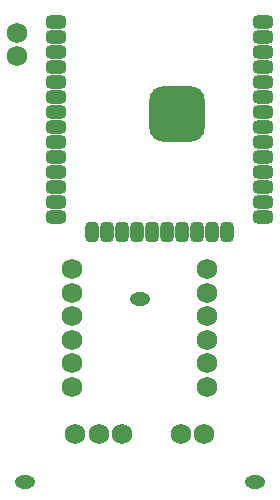
<source format=gbs>
G04*
G04 #@! TF.GenerationSoftware,Altium Limited,Altium Designer,24.10.1 (45)*
G04*
G04 Layer_Color=16711935*
%FSLAX44Y44*%
%MOMM*%
G71*
G04*
G04 #@! TF.SameCoordinates,DE934D07-760A-40F3-A6A2-C4044611B154*
G04*
G04*
G04 #@! TF.FilePolarity,Negative*
G04*
G01*
G75*
%ADD32C,1.7272*%
%ADD33O,1.7032X1.1032*%
G04:AMPARAMS|DCode=48|XSize=4.7032mm|YSize=4.7032mm|CornerRadius=1.2266mm|HoleSize=0mm|Usage=FLASHONLY|Rotation=0.000|XOffset=0mm|YOffset=0mm|HoleType=Round|Shape=RoundedRectangle|*
%AMROUNDEDRECTD48*
21,1,4.7032,2.2500,0,0,0.0*
21,1,2.2500,4.7032,0,0,0.0*
1,1,2.4532,1.1250,-1.1250*
1,1,2.4532,-1.1250,-1.1250*
1,1,2.4532,-1.1250,1.1250*
1,1,2.4532,1.1250,1.1250*
%
%ADD48ROUNDEDRECTD48*%
G04:AMPARAMS|DCode=49|XSize=1.7032mm|YSize=1.1032mm|CornerRadius=0.3266mm|HoleSize=0mm|Usage=FLASHONLY|Rotation=90.000|XOffset=0mm|YOffset=0mm|HoleType=Round|Shape=RoundedRectangle|*
%AMROUNDEDRECTD49*
21,1,1.7032,0.4500,0,0,90.0*
21,1,1.0500,1.1032,0,0,90.0*
1,1,0.6532,0.2250,0.5250*
1,1,0.6532,0.2250,-0.5250*
1,1,0.6532,-0.2250,-0.5250*
1,1,0.6532,-0.2250,0.5250*
%
%ADD49ROUNDEDRECTD49*%
G04:AMPARAMS|DCode=50|XSize=1.7032mm|YSize=1.1032mm|CornerRadius=0.3266mm|HoleSize=0mm|Usage=FLASHONLY|Rotation=180.000|XOffset=0mm|YOffset=0mm|HoleType=Round|Shape=RoundedRectangle|*
%AMROUNDEDRECTD50*
21,1,1.7032,0.4500,0,0,180.0*
21,1,1.0500,1.1032,0,0,180.0*
1,1,0.6532,-0.5250,0.2250*
1,1,0.6532,0.5250,0.2250*
1,1,0.6532,0.5250,-0.2250*
1,1,0.6532,-0.5250,-0.2250*
%
%ADD50ROUNDEDRECTD50*%
%ADD51C,1.2032*%
D32*
X-57000Y100000D02*
D03*
Y120000D02*
D03*
Y140000D02*
D03*
Y160000D02*
D03*
Y180000D02*
D03*
Y200000D02*
D03*
X-54610Y60000D02*
D03*
X-34610D02*
D03*
X-14610D02*
D03*
X54610Y60000D02*
D03*
X34610Y60000D02*
D03*
X-104000Y400000D02*
D03*
Y380000D02*
D03*
X56960Y100000D02*
D03*
Y120000D02*
D03*
Y140000D02*
D03*
Y160000D02*
D03*
Y180000D02*
D03*
Y200000D02*
D03*
D33*
X-97500Y20000D02*
D03*
X97500D02*
D03*
X0Y175000D02*
D03*
D48*
X31960Y331600D02*
D03*
D49*
X74060Y231200D02*
D03*
X61360D02*
D03*
X48660D02*
D03*
X35960D02*
D03*
X23260D02*
D03*
X-2140D02*
D03*
X-14840D02*
D03*
X-27540D02*
D03*
X-40240D02*
D03*
X10560D02*
D03*
D50*
X104460Y408800D02*
D03*
Y396100D02*
D03*
Y383400D02*
D03*
Y370700D02*
D03*
Y358000D02*
D03*
Y345300D02*
D03*
Y332600D02*
D03*
Y319900D02*
D03*
Y307200D02*
D03*
Y294500D02*
D03*
Y281800D02*
D03*
Y269100D02*
D03*
Y256400D02*
D03*
Y243700D02*
D03*
X-70540D02*
D03*
Y256400D02*
D03*
Y269100D02*
D03*
Y281800D02*
D03*
Y294500D02*
D03*
Y307200D02*
D03*
Y319900D02*
D03*
Y332600D02*
D03*
Y345300D02*
D03*
Y358000D02*
D03*
Y370700D02*
D03*
Y383400D02*
D03*
Y396100D02*
D03*
Y408800D02*
D03*
D51*
X46960Y346670D02*
D03*
X16960D02*
D03*
Y316600D02*
D03*
X46960D02*
D03*
Y331600D02*
D03*
X16960D02*
D03*
X31960Y346670D02*
D03*
Y316600D02*
D03*
Y331600D02*
D03*
M02*

</source>
